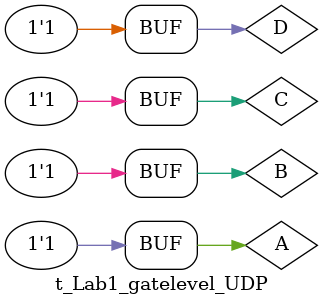
<source format=v>
module t_Lab1_gatelevel_UDP;
wire F;
reg A,B,C,D;
Lab1_gatelevel_UDP m1(F,A,B,C,D);
initial
    begin
        A=1'b0;B=1'b0;C=1'b0;D=1'b0;
	#50 A=1'b0;B=1'b0;C=1'b0;D=1'b1;
	#50 A=1'b0;B=1'b0;C=1'b1;D=1'b0;
	#50 A=1'b0;B=1'b0;C=1'b1;D=1'b1;
	#50 A=1'b0;B=1'b1;C=1'b0;D=1'b0;
	#50 A=1'b0;B=1'b1;C=1'b0;D=1'b1;
	#50 A=1'b0;B=1'b1;C=1'b1;D=1'b0;
	#50 A=1'b0;B=1'b1;C=1'b1;D=1'b1;
	#50 A=1'b1;B=1'b0;C=1'b0;D=1'b0;
	#50 A=1'b1;B=1'b0;C=1'b0;D=1'b1;
	#50 A=1'b1;B=1'b0;C=1'b1;D=1'b0;
	#50 A=1'b1;B=1'b0;C=1'b1;D=1'b1;
	#50 A=1'b1;B=1'b1;C=1'b0;D=1'b0;
	#50 A=1'b1;B=1'b1;C=1'b0;D=1'b1;
	#50 A=1'b1;B=1'b1;C=1'b1;D=1'b0;
	#50 A=1'b1;B=1'b1;C=1'b1;D=1'b1;
    end
endmodule
</source>
